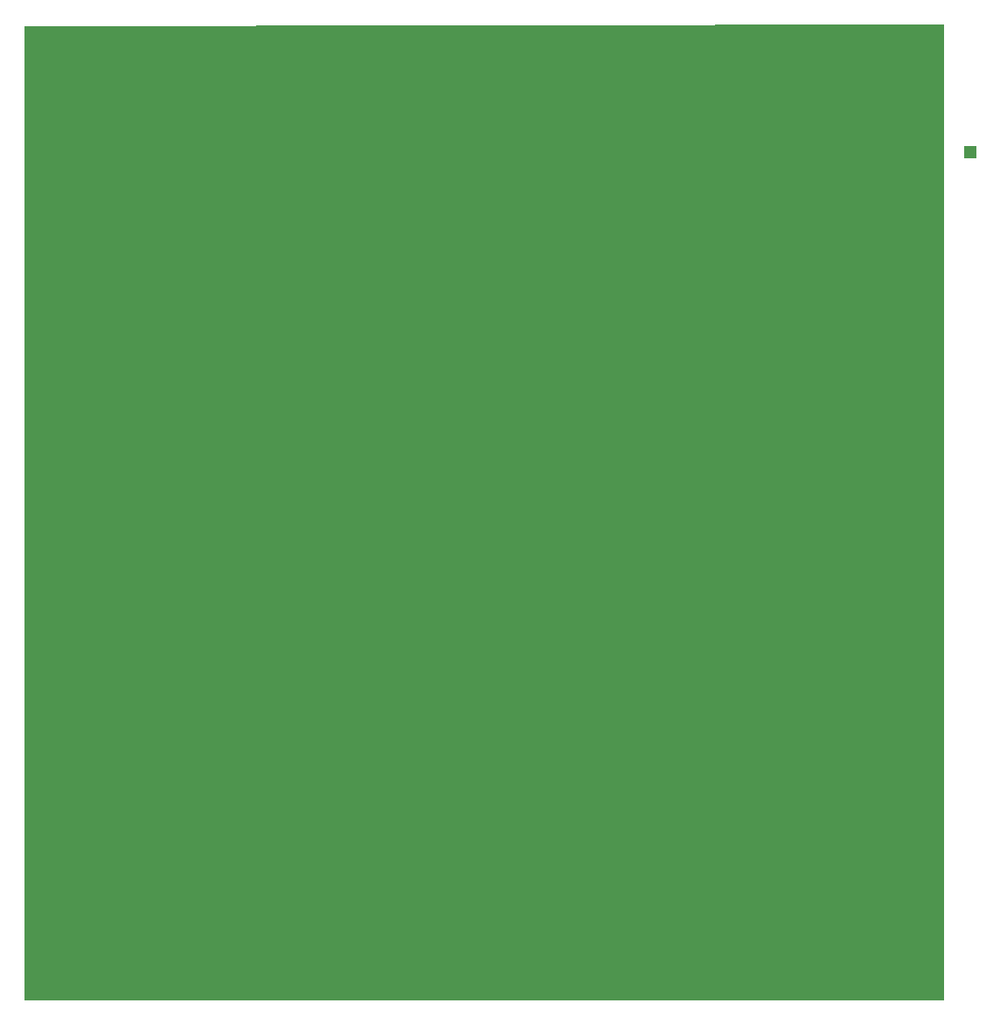
<source format=gbs>
G04 #@! TF.GenerationSoftware,KiCad,Pcbnew,(5.1.6-0-10_14)*
G04 #@! TF.CreationDate,2020-07-21T07:07:53+09:00*
G04 #@! TF.ProjectId,Jones,4a6f6e65-732e-46b6-9963-61645f706362,v.0.2*
G04 #@! TF.SameCoordinates,Original*
G04 #@! TF.FileFunction,Soldermask,Bot*
G04 #@! TF.FilePolarity,Negative*
%FSLAX46Y46*%
G04 Gerber Fmt 4.6, Leading zero omitted, Abs format (unit mm)*
G04 Created by KiCad (PCBNEW (5.1.6-0-10_14)) date 2020-07-21 07:07:53*
%MOMM*%
%LPD*%
G01*
G04 APERTURE LIST*
%ADD10C,0.100000*%
%ADD11R,1.250000X1.250000*%
G04 APERTURE END LIST*
D10*
G36*
X136300000Y-254050000D02*
G01*
X47300000Y-254050000D01*
X47300000Y-159849520D01*
X136300000Y-159699520D01*
X136300000Y-254050000D01*
G37*
X136300000Y-254050000D02*
X47300000Y-254050000D01*
X47300000Y-159849520D01*
X136300000Y-159699520D01*
X136300000Y-254050000D01*
D11*
X138884810Y-172069380D03*
M02*

</source>
